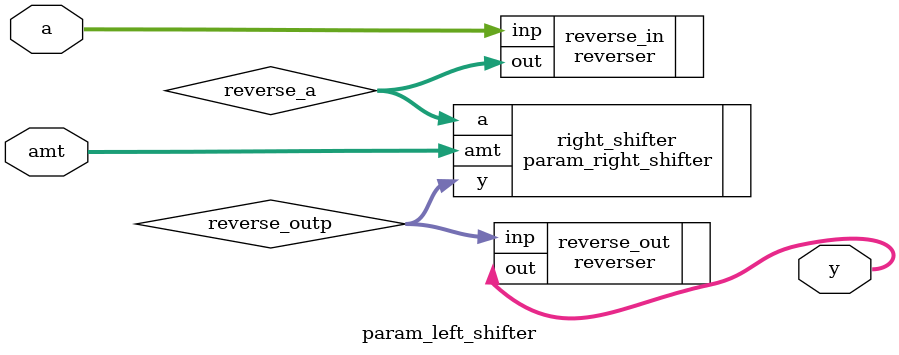
<source format=sv>
`timescale 1ns / 1ps


module param_left_shifter
    #(parameter N = 8)
    (
    input logic [N - 1:0] a,
    input logic [$clog2(N) - 1:0] amt,
    output logic [N - 1:0] y
    );
    
    logic [N - 1:0] reverse_a, shift, reverse_outp;
    
    // reverse input a bits
    reverser #(.SIZE(N)) reverse_in(
        .inp(a),
        .out(reverse_a)
    );
    
    // right shift
    param_right_shifter #(.N(N)) right_shifter(
        .a(reverse_a),
        .amt(amt),
        .y(reverse_outp)
    );
    
    // reverse right shift
    reverser #(.SIZE(N)) reverse_out(
        .inp(reverse_outp),
        .out(y)
    );
    
endmodule
</source>
